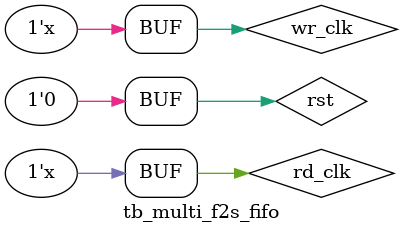
<source format=v>
/*~~~~~~~~~~~~~~~~~~~~~~~~~~~~~~~~~~~~~~~~~~~~~~~~~~~~~~~~~~~~~~~~~~~~~~~~~~~~~~~~~*/ 
/*~~~~~~~~~~~~~~~~~~~~~~~~~~~~~~~~~~~~~~~~~~~~~~~~~~~~~~~~~~~~~~~~~~~~~~~~~~~~~~~~~*/
/* Engineer    : Lqc                                                         
/* File        : tb_multi_f2s_fifo.v                                                         
/* Create      : 2022-09-01 14:27:15
/* Revise      : 2022-09-01 14:27:15                                                  
/* Module Name : tb_multi_f2s_fifo                                                  
/* Description : 利用异步FIFO实现多比特数据跨时钟域处理，快时钟到慢时钟                                                                         
/* Editor : sublime text3, tab size (4)                                                                                
/*~~~~~~~~~~~~~~~~~~~~~~~~~~~~~~~~~~~~~~~~~~~~~~~~~~~~~~~~~~~~~~~~~~~~~~~~~~~~~~~~~*/
/*~~~~~~~~~~~~~~~~~~~~~~~~~~~~~~~~~~~~~~~~~~~~~~~~~~~~~~~~~~~~~~~~~~~~~~~~~~~~~~~~~*/

`timescale 1ns/1ps
module tb_multi_f2s_fifo();

reg            rst   ;
reg            wr_clk;
reg            rd_clk;
reg  [7:0]     din   ;
reg            wr_en ;
reg            rd_en ;
wire [7:0]     dout  ;
wire           full  ;
wire           empty ;
wire           almost_full;
wire           almost_empty;

initial begin
    wr_clk = 'd1;
    rd_clk = 'd1;
    rst    <= 'd1;
    #50
    rst    <= 'd0;
end

//写使能信号设计
always @(posedge wr_clk or posedge rst) begin
    if (rst) begin
        wr_en <= 'd0;
    end
    else if (almost_full) begin       //当将满信号拉高时拉低写数据使能
        wr_en <= 'd0;
    end
    else begin
        wr_en <= 'd1;
    end
end

//写数据内容设计
always @(posedge wr_clk or posedge rst) begin
    if (rst) begin
        din <= 'd0;
    end
    else if (wr_en) begin
        din <= din + 'd1;
    end
    else begin
        din <= din;
    end
end

//读使能信号设计
always @(posedge rd_clk or posedge rst) begin
    if (rst) begin
        rd_en <= 'd0;
    end
    else if (almost_empty) begin      //当将空信号拉高时拉低读数据使能
        rd_en <= 'd0; 
    end
    else begin
        rd_en <= 'd1;
    end
end

//时钟信号设计
always #5   wr_clk  = ~wr_clk;
always #12  rd_clk  = ~rd_clk;

//例化异步FIFO
fifo_generator_0 async_fifo_f2s (
  .rst            (rst),                  // input wire rst
  .wr_clk         (wr_clk),               // input wire wr_clk
  .rd_clk         (rd_clk),               // input wire rd_clk
  .din            (din),                  // input wire [7 : 0] din
  .wr_en          (wr_en),                // input wire wr_en
  .rd_en          (rd_en),                // input wire rd_en
  .dout           (dout),                 // output wire [7 : 0] dout
  .full           (full),                 // output wire full
  .almost_full    (almost_full),          // output wire almost_full
  .empty          (empty),                // output wire empty
  .almost_empty   (almost_empty)          // output wire almost_empty
);

endmodule
</source>
